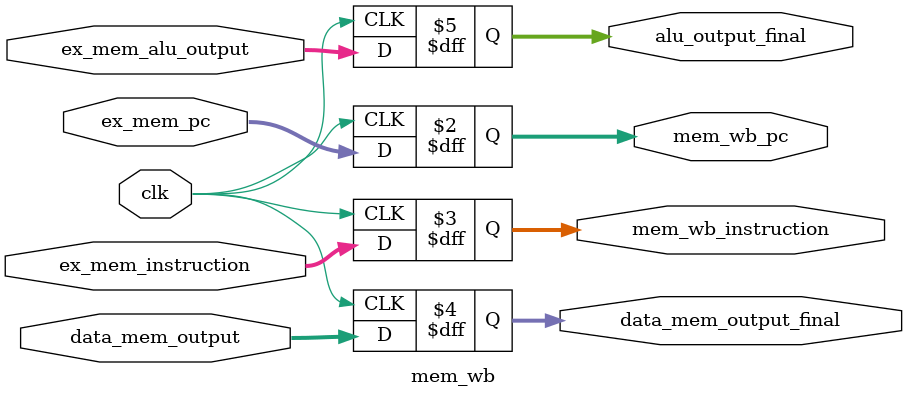
<source format=sv>

module mem_wb (output logic [31:0] mem_wb_pc, mem_wb_instruction,
						output logic [31:0] data_mem_output_final, 
						output logic [31:0] alu_output_final, 
						input logic [31:0] ex_mem_pc, ex_mem_instruction, 
						input logic [31:0] data_mem_output,
						input logic [31:0] ex_mem_alu_output,
						input logic clk);
	
		always_ff @(posedge clk) begin 
			mem_wb_pc <= ex_mem_pc;  
			mem_wb_instruction <= ex_mem_instruction; // instruction 
			data_mem_output_final <= data_mem_output; 
			alu_output_final <= ex_mem_alu_output; 
		end 

endmodule 
</source>
